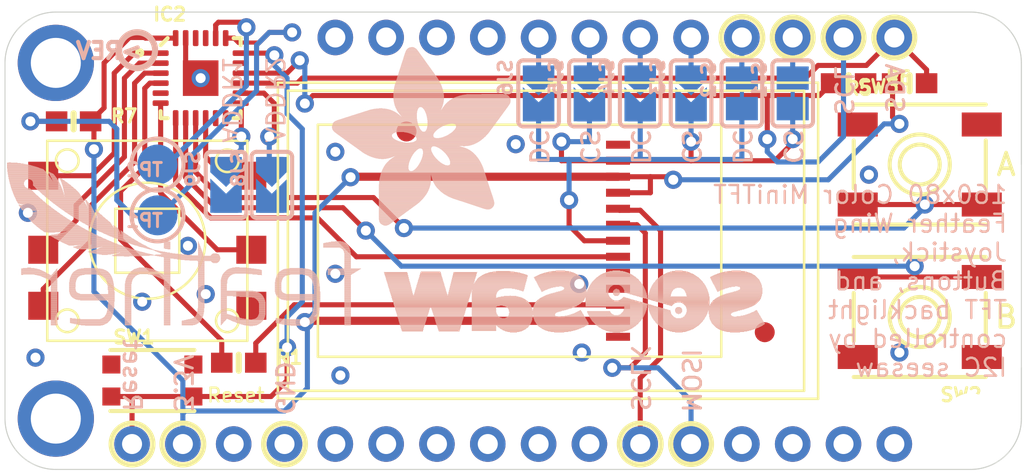
<source format=kicad_pcb>
(kicad_pcb (version 20211014) (generator pcbnew)
  (layers (0 "F.Cu" signal) (31 "B.Cu" signal) (34 "B.Paste" user) (35 "F.Paste" user) (36 "B.SilkS" user "B.Silkscreen") (37 "F.SilkS" user "F.Silkscreen") (38 "B.Mask" user) (39 "F.Mask" user) (44 "Edge.Cuts" user))
  (net 0 "")
  (net 1 "GND")
  (net 2 "~{RESET}")
  (net 3 "3.3V")
  (net 4 "~{TFT_RST}")
  (net 5 "CS")
  (net 6 "SCK")
  (net 7 "MOSI")
  (net 8 "DC")
  (net 9 "N$9")
  (net 10 "SDA")
  (net 11 "SCL")
  (net 12 "BACKLITE")
  (net 13 "N$3")
  (net 14 "N$4")
  (net 15 "N$5")
  (net 16 "N$6")
  (net 17 "N$7")
  (net 18 "N$8")
  (net 19 "SWDIO")
  (net 20 "SWCLK")
  (net 21 "PA02_A0")
  (net 22 "PA03_A1")
  (net 23 "PA04_A2")
  (net 24 "PA07_A5")
  (net 25 "PA09_XOSC")
  (net 26 "PA10_A18")
  (net 27 "PA11_A19")
  (net 28 "PA16_D16")
  (net 29 "PA17_D17")
  (net 30 "PA24_D-")
  (net 31 "PA25_D+")
  (footprint "boardEagle:BTN_KMR2_4.6X2.8" (layer "F.Cu") (at 130.4671 111.9886)
    (fp_text reference "SW1" (at -2.032 -1.778) (layer "F.SilkS") (effects (font (size 0.666496 0.666496) (thickness 0.146304)) (justify left bottom)))
    (fp_text value "KMR2")
    (pad "A" smd rect (at 2.05 -0.8) (size 0.9 0.9) (layers "F.Cu" "F.Paste" "F.Mask") (net 1 "GND"))
    (pad "A'" smd rect (at -2.05 -0.8) (size 0.9 0.9) (layers "F.Cu" "F.Paste" "F.Mask") (net 1 "GND"))
    (pad "B" smd rect (at 2.05 0.8) (size 0.9 0.9) (layers "F.Cu" "F.Paste" "F.Mask") (net 2 "~{RESET}"))
    (pad "B'" smd rect (at -2.05 0.8) (size 0.9 0.9) (layers "F.Cu" "F.Paste" "F.Mask") (net 2 "~{RESET}"))
  )
  (footprint "boardEagle:FIDUCIAL_1MM" (layer "F.Cu") (at 143.1671 99.5426)
    (fp_text reference "FID1" hide)
    (fp_text value "FIDUCIAL_1MM" hide)
    (pad "1" smd roundrect (at 0 0) (size 1 1) (layers "F.Cu" "F.Mask") (roundrect_rratio 0.5))
  )
  (footprint "boardEagle:0603-NO" (layer "F.Cu") (at 134.7851 111.0996)
    (fp_text reference "R1" (at 1.778 0.127) (layer "F.SilkS") (effects (font (size 0.666496 0.666496) (thickness 0.146304)) (justify left bottom)))
    (fp_text value "10")
    (pad "1" smd rect (at -0.85 0) (size 1.075 1) (layers "F.Cu" "F.Paste" "F.Mask") (net 12 "BACKLITE"))
    (pad "2" smd rect (at 0.85 0) (size 1.075 1) (layers "F.Cu" "F.Paste" "F.Mask") (net 9 "N$9"))
  )
  (footprint "boardEagle:QFN24_4MM" (layer "F.Cu") (at 132.8801 96.8756)
    (fp_text reference "IC2" (at -2.45 -2.8) (layer "F.SilkS") (effects (font (size 0.666496 0.666496) (thickness 0.146304)) (justify left bottom)))
    (fp_text value "ATSAMD09D14A-MU")
    (pad "1" smd roundrect (at -2 -1.25 180) (size 0.8 0.28) (layers "F.Cu" "F.Paste" "F.Mask") (net 21 "PA02_A0"))
    (pad "2" smd roundrect (at -2 -0.75 180) (size 0.8 0.28) (layers "F.Cu" "F.Paste" "F.Mask") (net 22 "PA03_A1"))
    (pad "3" smd roundrect (at -2 -0.25 180) (size 0.8 0.28) (layers "F.Cu" "F.Paste" "F.Mask") (net 23 "PA04_A2"))
    (pad "4" smd roundrect (at -2 0.25 180) (size 0.8 0.28) (layers "F.Cu" "F.Paste" "F.Mask") (net 12 "BACKLITE"))
    (pad "5" smd roundrect (at -2 0.75 180) (size 0.8 0.28) (layers "F.Cu" "F.Paste" "F.Mask"))
    (pad "6" smd roundrect (at -2 1.25 180) (size 0.8 0.28) (layers "F.Cu" "F.Paste" "F.Mask") (net 24 "PA07_A5"))
    (pad "7" smd roundrect (at -1.25 2 90) (size 0.8 0.28) (layers "F.Cu" "F.Paste" "F.Mask") (net 4 "~{TFT_RST}"))
    (pad "8" smd roundrect (at -0.75 2 90) (size 0.8 0.28) (layers "F.Cu" "F.Paste" "F.Mask") (net 25 "PA09_XOSC"))
    (pad "9" smd roundrect (at -0.25 2 90) (size 0.8 0.28) (layers "F.Cu" "F.Paste" "F.Mask") (net 26 "PA10_A18"))
    (pad "10" smd roundrect (at 0.25 2 90) (size 0.8 0.28) (layers "F.Cu" "F.Paste" "F.Mask") (net 27 "PA11_A19"))
    (pad "11" smd roundrect (at 0.75 2 90) (size 0.8 0.28) (layers "F.Cu" "F.Paste" "F.Mask"))
    (pad "12" smd roundrect (at 1.25 2 90) (size 0.8 0.28) (layers "F.Cu" "F.Paste" "F.Mask"))
    (pad "13" smd roundrect (at 2 1.25) (size 0.8 0.28) (layers "F.Cu" "F.Paste" "F.Mask") (net 28 "PA16_D16"))
    (pad "14" smd roundrect (at 2 0.75) (size 0.8 0.28) (layers "F.Cu" "F.Paste" "F.Mask") (net 29 "PA17_D17"))
    (pad "15" smd roundrect (at 2 0.25) (size 0.8 0.28) (layers "F.Cu" "F.Paste" "F.Mask") (net 10 "SDA"))
    (pad "16" smd roundrect (at 2 -0.25) (size 0.8 0.28) (layers "F.Cu" "F.Paste" "F.Mask") (net 11 "SCL"))
    (pad "17" smd roundrect (at 2 -0.75) (size 0.8 0.28) (layers "F.Cu" "F.Paste" "F.Mask"))
    (pad "18" smd roundrect (at 2 -1.25) (size 0.8 0.28) (layers "F.Cu" "F.Paste" "F.Mask") (net 2 "~{RESET}"))
    (pad "19" smd roundrect (at 1.25 -2 270) (size 0.8 0.28) (layers "F.Cu" "F.Paste" "F.Mask") (net 20 "SWCLK"))
    (pad "20" smd roundrect (at 0.75 -2 270) (size 0.8 0.28) (layers "F.Cu" "F.Paste" "F.Mask") (net 19 "SWDIO"))
    (pad "21" smd roundrect (at 0.25 -2 270) (size 0.8 0.28) (layers "F.Cu" "F.Paste" "F.Mask") (net 30 "PA24_D-"))
    (pad "22" smd roundrect (at -0.25 -2 270) (size 0.8 0.28) (layers "F.Cu" "F.Paste" "F.Mask") (net 31 "PA25_D+"))
    (pad "23" smd roundrect (at -0.75 -2 270) (size 0.8 0.28) (layers "F.Cu" "F.Paste" "F.Mask") (net 1 "GND"))
    (pad "24" smd roundrect (at -1.25 -2 270) (size 0.8 0.28) (layers "F.Cu" "F.Paste" "F.Mask") (net 3 "3.3V"))
    (pad "THERM" smd rect (at 0 0) (size 1.778 1.778) (layers "F.Cu" "F.Mask") (net 1 "GND"))
  )
  (footprint "boardEagle:FEATHERWING" (layer "F.Cu") (at 123.1011 116.4336)
    (fp_text reference "MS1" hide)
    (fp_text value "FEATHERWING" hide)
    (fp_line (start 48.26 -22.86) (end 2.54 -22.86) (layer "Edge.Cuts") (width 0.05))
    (fp_line (start 0 -20.32) (end 0 -2.54) (layer "Edge.Cuts") (width 0.05))
    (fp_line (start 2.54 0) (end 48.26 0) (layer "Edge.Cuts") (width 0.05))
    (fp_line (start 50.8 -2.54) (end 50.8 -20.32) (layer "Edge.Cuts") (width 0.05))
    (fp_arc (start 48.26 -22.86) (mid 50.056051 -22.116051) (end 50.8 -20.32) (layer "Edge.Cuts") (width 0.05))
    (fp_arc (start 2.54 0) (mid 0.743949 -0.743949) (end 0 -2.54) (layer "Edge.Cuts") (width 0.05))
    (fp_arc (start 0 -20.32) (mid 0.743949 -22.116051) (end 2.54 -22.86) (layer "Edge.Cuts") (width 0.05))
    (fp_arc (start 50.8 -2.54) (mid 50.056051 -0.743949) (end 48.26 0) (layer "Edge.Cuts") (width 0.05))
    (pad "" np_thru_hole circle (at 48.26 -2.54) (size 2.54 2.54) (drill 2.54) (layers *.Cu *.Mask))
    (pad "" np_thru_hole circle (at 48.26 -20.32) (size 2.54 2.54) (drill 2.54) (layers *.Cu *.Mask))
    (pad "1" thru_hole circle (at 6.35 -1.27) (size 1.778 1.778) (drill 1) (layers *.Cu *.Mask) (net 2 "~{RESET}"))
    (pad "2" thru_hole circle (at 8.89 -1.27) (size 1.778 1.778) (drill 1) (layers *.Cu *.Mask) (net 3 "3.3V"))
    (pad "3" thru_hole circle (at 11.43 -1.27) (size 1.778 1.778) (drill 1) (layers *.Cu *.Mask))
    (pad "4" thru_hole circle (at 13.97 -1.27) (size 1.778 1.778) (drill 1) (layers *.Cu *.Mask) (net 1 "GND"))
    (pad "5" thru_hole circle (at 16.51 -1.27) (size 1.778 1.778) (drill 1) (layers *.Cu *.Mask))
    (pad "6" thru_hole circle (at 19.05 -1.27) (size 1.778 1.778) (drill 1) (layers *.Cu *.Mask))
    (pad "7" thru_hole circle (at 21.59 -1.27) (size 1.778 1.778) (drill 1) (layers *.Cu *.Mask))
    (pad "8" thru_hole circle (at 24.13 -1.27) (size 1.778 1.778) (drill 1) (layers *.Cu *.Mask))
    (pad "9" thru_hole circle (at 26.67 -1.27) (size 1.778 1.778) (drill 1) (layers *.Cu *.Mask))
    (pad "10" thru_hole circle (at 29.21 -1.27) (size 1.778 1.778) (drill 1) (layers *.Cu *.Mask))
    (pad "11" thru_hole circle (at 31.75 -1.27) (size 1.778 1.778) (drill 1) (layers *.Cu *.Mask) (net 6 "SCK"))
    (pad "12" thru_hole circle (at 34.29 -1.27) (size 1.778 1.778) (drill 1) (layers *.Cu *.Mask) (net 7 "MOSI"))
    (pad "13" thru_hole circle (at 36.83 -1.27) (size 1.778 1.778) (drill 1) (layers *.Cu *.Mask))
    (pad "14" thru_hole circle (at 39.37 -1.27) (size 1.778 1.778) (drill 1) (layers *.Cu *.Mask))
    (pad "15" thru_hole circle (at 41.91 -1.27) (size 1.778 1.778) (drill 1) (layers *.Cu *.Mask))
    (pad "16" thru_hole circle (at 44.45 -1.27) (size 1.778 1.778) (drill 1) (layers *.Cu *.Mask))
    (pad "17" thru_hole circle (at 44.45 -21.59) (size 1.778 1.778) (drill 1) (layers *.Cu *.Mask) (net 10 "SDA"))
    (pad "18" thru_hole circle (at 41.91 -21.59) (size 1.778 1.778) (drill 1) (layers *.Cu *.Mask) (net 11 "SCL"))
    (pad "19" thru_hole circle (at 39.37 -21.59) (size 1.778 1.778) (drill 1) (layers *.Cu *.Mask) (net 14 "N$4"))
    (pad "20" thru_hole circle (at 36.83 -21.59) (size 1.778 1.778) (drill 1) (layers *.Cu *.Mask) (net 13 "N$3"))
    (pad "21" thru_hole circle (at 34.29 -21.59) (size 1.778 1.778) (drill 1) (layers *.Cu *.Mask) (net 15 "N$5"))
    (pad "22" thru_hole circle (at 31.75 -21.59) (size 1.778 1.778) (drill 1) (layers *.Cu *.Mask) (net 16 "N$6"))
    (pad "23" thru_hole circle (at 29.21 -21.59) (size 1.778 1.778) (drill 1) (layers *.Cu *.Mask) (net 17 "N$7"))
    (pad "24" thru_hole circle (at 26.67 -21.59) (size 1.778 1.778) (drill 1) (layers *.Cu *.Mask) (net 18 "N$8"))
    (pad "25" thru_hole circle (at 24.13 -21.59) (size 1.778 1.778) (drill 1) (layers *.Cu *.Mask))
    (pad "26" thru_hole circle (at 21.59 -21.59) (size 1.778 1.778) (drill 1) (layers *.Cu *.Mask))
    (pad "27" thru_hole circle (at 19.05 -21.59) (size 1.778 1.778) (drill 1) (layers *.Cu *.Mask))
    (pad "28" thru_hole circle (at 16.51 -21.59) (size 1.778 1.778) (drill 1) (layers *.Cu *.Mask))
    (pad "P$1" thru_hole circle (at 2.54 -20.32) (size 3.81 3.81) (drill 2.5) (layers *.Cu *.Mask))
    (pad "P$2" thru_hole circle (at 2.54 -2.54) (size 3.81 3.81) (drill 2.5) (layers *.Cu *.Mask))
  )
  (footprint "boardEagle:SKQUBAE010" (layer "F.Cu") (at 130.2131 105.0036)
    (fp_text reference "SW4" hide)
    (fp_text value "NAVSWITCHSKQUABAUE010" hide)
    (pad "1" smd rect (at -5.2 -3.25 180) (size 1.5 1.4) (layers "F.Cu" "F.Paste" "F.Mask") (net 21 "PA02_A0"))
    (pad "2" smd rect (at -5.2 0.45 180) (size 1.5 1.4) (layers "F.Cu" "F.Paste" "F.Mask") (net 22 "PA03_A1"))
    (pad "3" smd rect (at -5.2 3.25 180) (size 1.5 1.4) (layers "F.Cu" "F.Paste" "F.Mask") (net 23 "PA04_A2"))
    (pad "4" smd rect (at 5.2 3.25 180) (size 1.5 1.4) (layers "F.Cu" "F.Paste" "F.Mask") (net 1 "GND"))
    (pad "5" smd rect (at 5.2 0.45 180) (size 1.5 1.4) (layers "F.Cu" "F.Paste" "F.Mask") (net 24 "PA07_A5"))
    (pad "6" smd rect (at 5.2 -3.25 180) (size 1.5 1.4) (layers "F.Cu" "F.Paste" "F.Mask") (net 27 "PA11_A19"))
  )
  (footprint "boardEagle:TFT_0.96IN_160X80" (layer "F.Cu") (at 163.7411 105.0036 90)
    (fp_text reference "U$2" hide)
    (fp_text value "DISP_LCD_0.9IN_160X80" hide)
    (pad "1" smd rect (at -4.8 -10 180) (size 1.2 0.4) (layers "F.Cu" "F.Paste" "F.Mask") (net 1 "GND"))
    (pad "2" smd rect (at -4 -10 180) (size 1.2 0.4) (layers "F.Cu" "F.Paste" "F.Mask") (net 3 "3.3V"))
    (pad "3" smd rect (at -3.2 -10 180) (size 1.2 0.4) (layers "F.Cu" "F.Paste" "F.Mask") (net 9 "N$9"))
    (pad "4" smd rect (at -2.4 -10 180) (size 1.2 0.4) (layers "F.Cu" "F.Paste" "F.Mask"))
    (pad "5" smd rect (at -1.6 -10 180) (size 1.2 0.4) (layers "F.Cu" "F.Paste" "F.Mask") (net 1 "GND"))
    (pad "6" smd rect (at -0.8 -10 180) (size 1.2 0.4) (layers "F.Cu" "F.Paste" "F.Mask") (net 4 "~{TFT_RST}"))
    (pad "7" smd rect (at 0 -10 180) (size 1.2 0.4) (layers "F.Cu" "F.Paste" "F.Mask") (net 8 "DC"))
    (pad "8" smd rect (at 0.8 -10 180) (size 1.2 0.4) (layers "F.Cu" "F.Paste" "F.Mask") (net 7 "MOSI"))
    (pad "9" smd rect (at 1.6 -10 180) (size 1.2 0.4) (layers "F.Cu" "F.Paste" "F.Mask") (net 6 "SCK"))
    (pad "10" smd rect (at 2.4 -10 180) (size 1.2 0.4) (layers "F.Cu" "F.Paste" "F.Mask") (net 3 "3.3V"))
    (pad "11" smd rect (at 3.2 -10 180) (size 1.2 0.4) (layers "F.Cu" "F.Paste" "F.Mask") (net 3 "3.3V"))
    (pad "12" smd rect (at 4 -10 180) (size 1.2 0.4) (layers "F.Cu" "F.Paste" "F.Mask") (net 5 "CS"))
    (pad "13" smd rect (at 4.8 -10 180) (size 1.2 0.4) (layers "F.Cu" "F.Paste" "F.Mask") (net 1 "GND"))
  )
  (footprint "boardEagle:0603-NO" (layer "F.Cu") (at 168.3131 97.1296 180)
    (fp_text reference "R5" (at 1.778 0.127 180) (layer "F.SilkS") (effects (font (size 0.666496 0.666496) (thickness 0.146304)) (justify right top)))
    (fp_text value "10K")
    (pad "1" smd rect (at -0.85 0 180) (size 1.075 1) (layers "F.Cu" "F.Paste" "F.Mask") (net 10 "SDA"))
    (pad "2" smd rect (at 0.85 0 180) (size 1.075 1) (layers "F.Cu" "F.Paste" "F.Mask") (net 3 "3.3V"))
  )
  (footprint "boardEagle:EVQ-Q2_SMALLER" (layer "F.Cu") (at 168.8211 101.1936)
    (fp_text reference "SW3" (at -3.175 -3.5) (layer "F.SilkS") (effects (font (size 0.666496 0.666496) (thickness 0.146304)) (justify left bottom)))
    (fp_text value "EVQQ")
    (pad "A" smd rect (at -3.1 2) (size 2 1.2) (layers "F.Cu" "F.Paste" "F.Mask") (net 26 "PA10_A18"))
    (pad "A'" smd rect (at 3.1 2) (size 2 1.2) (layers "F.Cu" "F.Paste" "F.Mask") (net 26 "PA10_A18"))
    (pad "B" smd rect (at -3.1 -2) (size 2 1.2) (layers "F.Cu" "F.Paste" "F.Mask") (net 1 "GND"))
    (pad "B'" smd rect (at 3.1 -2) (size 2 1.2) (layers "F.Cu" "F.Paste" "F.Mask") (net 1 "GND"))
  )
  (footprint "boardEagle:0603-NO" (layer "F.Cu") (at 126.5301 99.0346)
    (fp_text reference "R7" (at 1.778 0.127) (layer "F.SilkS") (effects (font (size 0.666496 0.666496) (thickness 0.146304)) (justify left bottom)))
    (fp_text value "1k")
    (pad "1" smd rect (at -0.85 0) (size 1.075 1) (layers "F.Cu" "F.Paste" "F.Mask") (net 20 "SWCLK"))
    (pad "2" smd rect (at 0.85 0) (size 1.075 1) (layers "F.Cu" "F.Paste" "F.Mask") (net 3 "3.3V"))
  )
  (footprint "boardEagle:EVQ-Q2_SMALLER" (layer "F.Cu") (at 168.8211 108.8136 180)
    (fp_text reference "SW2" (at -3.175 -3.5 180) (layer "F.SilkS") (effects (font (size 0.666496 0.666496) (thickness 0.146304)) (justify right top)))
    (fp_text value "EVQQ")
    (pad "A" smd rect (at -3.1 2 180) (size 2 1.2) (layers "F.Cu" "F.Paste" "F.Mask") (net 25 "PA09_XOSC"))
    (pad "A'" smd rect (at 3.1 2 180) (size 2 1.2) (layers "F.Cu" "F.Paste" "F.Mask") (net 25 "PA09_XOSC"))
    (pad "B" smd rect (at -3.1 -2 180) (size 2 1.2) (layers "F.Cu" "F.Paste" "F.Mask") (net 1 "GND"))
    (pad "B'" smd rect (at 3.1 -2 180) (size 2 1.2) (layers "F.Cu" "F.Paste" "F.Mask") (net 1 "GND"))
  )
  (footprint "boardEagle:FIDUCIAL_1MM" (layer "F.Cu") (at 161.0741 109.5756)
    (fp_text reference "FID2" hide)
    (fp_text value "FIDUCIAL_1MM" hide)
    (pad "1" smd roundrect (at 0 0) (size 1 1) (layers "F.Cu" "F.Mask") (roundrect_rratio 0.5))
  )
  (footprint "boardEagle:0603-NO" (layer "F.Cu") (at 165.2651 97.1296)
    (fp_text reference "R6" (at 1.778 0.127) (layer "F.SilkS") (effects (font (size 0.666496 0.666496) (thickness 0.146304)) (justify left bottom)))
    (fp_text value "10k")
    (pad "1" smd rect (at -0.85 0) (size 1.075 1) (layers "F.Cu" "F.Paste" "F.Mask") (net 11 "SCL"))
    (pad "2" smd rect (at 0.85 0) (size 1.075 1) (layers "F.Cu" "F.Paste" "F.Mask") (net 3 "3.3V"))
  )
  (footprint "boardEagle:SOLDERJUMPER_CLOSEDWIRE" (layer "B.Cu") (at 159.9311 97.6376 -90)
    (fp_text reference "SJ2" (at -1.651 1.27 90) (layer "B.SilkS") (effects (font (size 0.666496 0.666496) (thickness 0.146304)) (justify left bottom mirror)))
    (fp_text value "")
    (pad "1" smd rect (at -0.762 0 270) (size 1.1684 1.6002) (layers "B.Cu") (net 13 "N$3"))
    (pad "2" smd rect (at 0.762 0 270) (size 1.1684 1.6002) (layers "B.Cu") (net 8 "DC"))
    (pad "WIRE" smd rect (at 0 0 90) (size 0.635 0.2032) (layers "B.Cu"))
  )
  (footprint "boardEagle:SOLDERJUMPER_ARROW_NOPASTE" (layer "B.Cu") (at 149.7711 97.6376 -90)
    (fp_text reference "SJ6" (at -1.778 1.27 90) (layer "B.SilkS") (effects (font (size 0.666496 0.666496) (thickness 0.146304)) (justify left bottom mirror)))
    (fp_text value "")
    (fp_poly (pts (xy 0.106121 -0.002663) (xy -0.679416 -0.7882) (xy -1.3946 -0.7882) (xy -1.3946 0.7882) (xy -0.62715 0.7882)) (layer "B.Cu") (width 0) (fill solid))
    (fp_poly (pts (xy 1.3946 -0.7882) (xy -0.315893 -0.7882) (xy 0.443148 0) (xy -0.315893 0.7882) (xy 1.3946 0.7882)) (layer "B.Cu") (width 0) (fill solid))
    (pad "1" smd roundrect (at -1.016 0 270) (size 0.762 1.524) (layers "B.Cu") (net 18 "N$8"))
    (pad "2" smd roundrect (at 1.016 0 270) (size 0.762 1.524) (layers "B.Cu") (net 8 "DC"))
  )
  (footprint "boardEagle:SOLDERJUMPER_ARROW_NOPASTE" (layer "B.Cu") (at 157.3911 97.6376 -90)
    (fp_text reference "SJ3" (at -1.778 1.27 90) (layer "B.SilkS") (effects (font (size 0.666496 0.666496) (thickness 0.146304)) (justify left bottom mirror)))
    (fp_text value "")
    (fp_poly (pts (xy 0.106121 -0.002663) (xy -0.679416 -0.7882) (xy -1.3946 -0.7882) (xy -1.3946 0.7882) (xy -0.62715 0.7882)) (layer "B.Cu") (width 0) (fill solid))
    (fp_poly (pts (xy 1.3946 -0.7882) (xy -0.315893 -0.7882) (xy 0.443148 0) (xy -0.315893 0.7882) (xy 1.3946 0.7882)) (layer "B.Cu") (width 0) (fill solid))
    (pad "1" smd roundrect (at -1.016 0 270) (size 0.762 1.524) (layers "B.Cu") (net 15 "N$5"))
    (pad "2" smd roundrect (at 1.016 0 270) (size 0.762 1.524) (layers "B.Cu") (net 5 "CS"))
  )
  (footprint "boardEagle:PCBFEAT-REV-040" (layer "B.Cu") (at 129.7051 95.4786 180)
    (fp_text reference "U$14" hide)
    (fp_text value "" hide)
    (fp_text user ">REV" (at -0.3556 -0.508) (layer "B.SilkS") (effects (font (size 0.8128 0.8128) (thickness 0.2032)) (justify left bottom mirror)))
  )
  (footprint "boardEagle:SOLDERJUMPER_ARROW_NOPASTE" (layer "B.Cu") (at 154.8511 97.6376 -90)
    (fp_text reference "SJ4" (at -1.778 1.27 90) (layer "B.SilkS") (effects (font (size 0.666496 0.666496) (thickness 0.146304)) (justify left bottom mirror)))
    (fp_text value "")
    (fp_poly (pts (xy 0.106121 -0.002663) (xy -0.679416 -0.7882) (xy -1.3946 -0.7882) (xy -1.3946 0.7882) (xy -0.62715 0.7882)) (layer "B.Cu") (width 0) (fill solid))
    (fp_poly (pts (xy 1.3946 -0.7882) (xy -0.315893 -0.7882) (xy 0.443148 0) (xy -0.315893 0.7882) (xy 1.3946 0.7882)) (layer "B.Cu") (width 0) (fill solid))
    (pad "1" smd roundrect (at -1.016 0 270) (size 0.762 1.524) (layers "B.Cu") (net 16 "N$6"))
    (pad "2" smd roundrect (at 1.016 0 270) (size 0.762 1.524) (layers "B.Cu") (net 8 "DC"))
  )
  (footprint "boardEagle:ADAFRUIT_9MM" (layer "B.Cu") (at 148.3741 104.2416 180)
    (fp_text reference "U$12" hide)
    (fp_text value "" hide)
  )
  (footprint "boardEagle:SEESAW_LOGO" (layer "B.Cu") (at 161.0741 109.5756 180)
    (fp_text reference "U$8" hide)
    (fp_text value "" hide)
  )
  (footprint "boardEagle:SOLDERJUMPER_ARROW_NOPASTE" (layer "B.Cu") (at 136.4361 102.2096 -90)
    (fp_text reference "SJ8" (at -1.778 1.27 90) (layer "B.SilkS") (effects (font (size 0.666496 0.666496) (thickness 0.146304)) (justify left bottom mirror)))
    (fp_text value "")
    (fp_poly (pts (xy 1.3946 -0.7882) (xy -0.315893 -0.7882) (xy 0.443148 0) (xy -0.315893 0.7882) (xy 1.3946 0.7882)) (layer "B.Cu") (width 0) (fill solid))
    (fp_poly (pts (xy 0.106121 -0.002663) (xy -0.679416 -0.7882) (xy -1.3946 -0.7882) (xy -1.3946 0.7882) (xy -0.62715 0.7882)) (layer "B.Cu") (width 0) (fill solid))
    (pad "1" smd roundrect (at -1.016 0 270) (size 0.762 1.524) (layers "B.Cu") (net 29 "PA17_D17"))
    (pad "2" smd roundrect (at 1.016 0 270) (size 0.762 1.524) (layers "B.Cu") (net 1 "GND"))
  )
  (footprint "boardEagle:SOLDERJUMPER_ARROW_NOPASTE" (layer "B.Cu") (at 152.3111 97.6376 -90)
    (fp_text reference "SJ5" (at -1.778 1.27 90) (layer "B.SilkS") (effects (font (size 0.666496 0.666496) (thickness 0.146304)) (justify left bottom mirror)))
    (fp_text value "")
    (fp_poly (pts (xy 1.3946 -0.7882) (xy -0.315893 -0.7882) (xy 0.443148 0) (xy -0.315893 0.7882) (xy 1.3946 0.7882)) (layer "B.Cu") (width 0) (fill solid))
    (fp_poly (pts (xy 0.106121 -0.002663) (xy -0.679416 -0.7882) (xy -1.3946 -0.7882) (xy -1.3946 0.7882) (xy -0.62715 0.7882)) (layer "B.Cu") (width 0) (fill solid))
    (pad "1" smd roundrect (at -1.016 0 270) (size 0.762 1.524) (layers "B.Cu") (net 17 "N$7"))
    (pad "2" smd roundrect (at 1.016 0 270) (size 0.762 1.524) (layers "B.Cu") (net 5 "CS"))
  )
  (footprint "boardEagle:FEATHERLOGO_MED" (layer "B.Cu") (at 141.0081 109.3216 180)
    (fp_text reference "U$4" hide)
    (fp_text value "" hide)
  )
  (footprint "boardEagle:TESTPOINT_ROUND_2MM" (layer "B.Cu") (at 130.7211 101.1936 180)
    (fp_text reference "TP2" (at 1.651 0.127) (layer "B.SilkS") (effects (font (size 0.666496 0.666496) (thickness 0.146304)) (justify right top mirror)))
    (fp_text value "")
    (pad "P$1" smd roundrect (at 0 0 180) (size 2 2) (layers "B.Cu" "B.Mask") (roundrect_rratio 0.5) (net 19 "SWDIO"))
  )
  (footprint "boardEagle:SOLDERJUMPER_ARROW_NOPASTE" (layer "B.Cu") (at 134.1501 102.2096 -90)
    (fp_text reference "SJ9" (at -1.778 1.27 90) (layer "B.SilkS") (effects (font (size 0.666496 0.666496) (thickness 0.146304)) (justify left bottom mirror)))
    (fp_text value "")
    (fp_poly (pts (xy 1.3946 -0.7882) (xy -0.315893 -0.7882) (xy 0.443148 0) (xy -0.315893 0.7882) (xy 1.3946 0.7882)) (layer "B.Cu") (width 0) (fill solid))
    (fp_poly (pts (xy 0.106121 -0.002663) (xy -0.679416 -0.7882) (xy -1.3946 -0.7882) (xy -1.3946 0.7882) (xy -0.62715 0.7882)) (layer "B.Cu") (width 0) (fill solid))
    (pad "1" smd roundrect (at -1.016 0 270) (size 0.762 1.524) (layers "B.Cu") (net 28 "PA16_D16"))
    (pad "2" smd roundrect (at 1.016 0 270) (size 0.762 1.524) (layers "B.Cu") (net 1 "GND"))
  )
  (footprint "boardEagle:TESTPOINT_ROUND_2MM" (layer "B.Cu") (at 130.7211 103.7336 180)
    (fp_text reference "TP1" (at 1.651 0.127) (layer "B.SilkS") (effects (font (size 0.666496 0.666496) (thickness 0.146304)) (justify right top mirror)))
    (fp_text value "")
    (pad "P$1" smd roundrect (at 0 0 180) (size 2 2) (layers "B.Cu" "B.Mask") (roundrect_rratio 0.5) (net 20 "SWCLK"))
  )
  (footprint "boardEagle:SOLDERJUMPER_CLOSEDWIRE" (layer "B.Cu") (at 162.4711 97.6376 -90)
    (fp_text reference "SJ1" (at -1.651 1.27 90) (layer "B.SilkS") (effects (font (size 0.666496 0.666496) (thickness 0.146304)) (justify left bottom mirror)))
    (fp_text value "")
    (pad "1" smd rect (at -0.762 0 270) (size 1.1684 1.6002) (layers "B.Cu") (net 14 "N$4"))
    (pad "2" smd rect (at 0.762 0 270) (size 1.1684 1.6002) (layers "B.Cu") (net 5 "CS"))
    (pad "WIRE" smd rect (at 0 0 90) (size 0.635 0.2032) (layers "B.Cu"))
  )
  (gr_circle (center 167.5511 94.8436) (end 168.575006 94.8436) (layer "F.SilkS") (width 0.254) (fill none))
  (gr_circle (center 137.0711 115.1636) (end 138.118368 115.1636) (layer "F.SilkS") (width 0.254) (fill none))
  (gr_circle (center 131.9911 115.1636) (end 133.038368 115.1636) (layer "F.SilkS") (width 0.254) (fill none))
  (gr_circle (center 129.4511 115.1636) (end 130.498368 115.1636) (layer "F.SilkS") (width 0.254) (fill none))
  (gr_circle (center 154.8511 115.1636) (end 155.898368 115.1636) (layer "F.SilkS") (width 0.254) (fill none))
  (gr_circle (center 159.9311 94.8436) (end 160.978368 94.8436) (layer "F.SilkS") (width 0.254) (fill none))
  (gr_circle (center 165.0111 94.8436) (end 166.035006 94.8436) (layer "F.SilkS") (width 0.254) (fill none))
  (gr_circle (center 157.3911 115.1636) (end 158.415006 115.1636) (layer "F.SilkS") (width 0.254) (fill none))
  (gr_circle (center 162.4711 94.8436) (end 163.495006 94.8436) (layer "F.SilkS") (width 0.254) (fill none))
  (gr_line (start 171.3611 93.5736) (end 125.6411 93.5736) (layer "Edge.Cuts") (width 0.05))
  (gr_arc (start 125.6411 116.4336) (mid 123.845049 115.689651) (end 123.1011 113.8936) (layer "Edge.Cuts") (width 0.05))
  (gr_arc (start 173.9011 113.8936) (mid 173.157151 115.689651) (end 171.3611 116.4336) (layer "Edge.Cuts") (width 0.05))
  (gr_arc (start 123.1011 96.1136) (mid 123.845049 94.317549) (end 125.6411 93.5736) (layer "Edge.Cuts") (width 0.05))
  (gr_line (start 125.6411 116.4336) (end 171.3611 116.4336) (layer "Edge.Cuts") (width 0.05))
  (gr_line (start 173.9011 101.1936) (end 173.9011 96.1136) (layer "Edge.Cuts") (width 0.05))
  (gr_line (start 123.1011 96.1136) (end 123.1011 113.8936) (layer "Edge.Cuts") (width 0.05))
  (gr_arc (start 171.3611 93.5736) (mid 173.157151 94.317549) (end 173.9011 96.1136) (layer "Edge.Cuts") (width 0.05))
  (gr_line (start 173.9011 113.8936) (end 173.9011 111.3536) (layer "Edge.Cuts") (width 0.05))
  (gr_text "GND" (at 137.0711 112.3696 -90) (layer "B.SilkS") (effects (font (size 0.87376 0.87376) (thickness 0.14224)) (justify mirror)))
  (gr_text "ADDR2" (at 136.0551 100.1776 -90) (layer "B.SilkS") (effects (font (size 0.89408 0.89408) (thickness 0.12192)) (justify left bottom mirror)))
  (gr_text "160x80 Color MiniTFT\nFeather Wing\nJoystick, \nButtons, and\nTFT backlight \ncontrolled by\nI2C seesaw" (at 173.2661 111.8616) (layer "B.SilkS") (effects (font (size 0.89408 0.89408) (thickness 0.12192)) (justify left bottom mirror)))
  (gr_text "DC" (at 149.7711 100.3046 -90) (layer "B.SilkS") (effects (font (size 0.87376 0.87376) (thickness 0.14224)) (justify mirror)))
  (gr_text "ADDR1" (at 133.8961 100.1776 -90) (layer "B.SilkS") (effects (font (size 0.89408 0.89408) (thickness 0.12192)) (justify left bottom mirror)))
  (gr_text "Reset" (at 129.4511 111.7346 -90) (layer "B.SilkS") (effects (font (size 0.87376 0.87376) (thickness 0.14224)) (justify mirror)))
  (gr_text "CS" (at 152.3111 100.3046 -90) (layer "B.SilkS") (effects (font (size 0.87376 0.87376) (thickness 0.14224)) (justify mirror)))
  (gr_text "DC" (at 154.8511 100.3046 -90) (layer "B.SilkS") (effects (font (size 0.87376 0.87376) (thickness 0.14224)) (justify mirror)))
  (gr_text "MOSI" (at 157.3911 111.9886 -90) (layer "B.SilkS") (effects (font (size 0.87376 0.87376) (thickness 0.14224)) (justify mirror)))
  (gr_text "CS" (at 162.4711 100.3046 -90) (layer "B.SilkS") (effects (font (size 0.87376 0.87376) (thickness 0.14224)) (justify mirror)))
  (gr_text "DC" (at 159.9311 100.3046 -90) (layer "B.SilkS") (effects (font (size 0.87376 0.87376) (thickness 0.14224)) (justify mirror)))
  (gr_text "SCLK" (at 154.8511 111.8616 -90) (layer "B.SilkS") (effects (font (size 0.87376 0.87376) (thickness 0.14224)) (justify mirror)))
  (gr_text "SDA" (at 167.5511 97.3836 -90) (layer "B.SilkS") (effects (font (size 0.87376 0.87376) (thickness 0.14224)) (justify mirror)))
  (gr_text "3.3V" (at 131.9911 112.1156 -90) (layer "B.SilkS") (effects (font (size 0.87376 0.87376) (thickness 0.14224)) (justify mirror)))
  (gr_text "SCL" (at 165.0111 97.5106 -90) (layer "B.SilkS") (effects (font (size 0.87376 0.87376) (thickness 0.14224)) (justify mirror)))
  (gr_text "CS" (at 157.3911 100.3046 -90) (layer "B.SilkS") (effects (font (size 0.87376 0.87376) (thickness 0.14224)) (justify mirror)))
  (gr_text "Reset" (at 133.1341 113.1316) (layer "F.SilkS") (effects (font (size 0.699008 0.699008) (thickness 0.113792)) (justify left bottom)))
  (gr_text "B" (at 173.1391 108.8136) (layer "F.SilkS") (effects (font (size 1.0922 1.0922) (thickness 0.1778))))
  (gr_text "A" (at 173.1391 101.1936) (layer "F.SilkS") (effects (font (size 1.0922 1.0922) (thickness 0.1778))))
  (segment (start 132.1301 96.8756) (end 132.8801 96.8756) (width 0.254) (layer "F.Cu") (net 1))
  (segment (start 132.1301 94.8756) (end 132.1301 96.8756) (width 0.254) (layer "F.Cu") (net 1))
  (via (at 133.1341 107.6706) (size 0.9064) (drill 0.5) (layers "F.Cu" "B.Cu") (net 1))
  (via (at 139.6111 100.5586) (size 0.9064) (drill 0.5) (layers "F.Cu" "B.Cu") (net 1))
  (via (at 124.6251 110.8456) (size 0.9064) (drill 0.5) (layers "F.Cu" "B.Cu") (net 1))
  (via (at 132.2451 105.2576) (size 0.9064) (drill 0.5) (layers "F.Cu" "B.Cu") (net 1))
  (via (at 139.8651 111.7346) (size 0.9064) (drill 0.5) (layers "F.Cu" "B.Cu") (net 1))
  (via (at 148.6281 100.1776) (size 0.9064) (drill 0.5) (layers "F.Cu" "B.Cu") (net 1))
  (via (at 167.8051 110.5916) (size 0.9064) (drill 0.5) (layers "F.Cu" "B.Cu") (net 1))
  (via (at 151.8031 107.1626) (size 0.9064) (drill 0.5) (layers "F.Cu" "B.Cu") (net 1))
  (via (at 129.9591 108.0516) (size 0.9064) (drill 0.5) (layers "F.Cu" "B.Cu") (net 1))
  (via (at 132.8801 96.8756) (size 0.9064) (drill 0.5) (layers "F.Cu" "B.Cu") (net 1))
  (via (at 151.9301 110.5916) (size 0.9064) (drill 0.5) (layers "F.Cu" "B.Cu") (net 1))
  (via (at 139.6111 106.6546) (size 0.9064) (drill 0.5) (layers "F.Cu" "B.Cu") (net 1))
  (via (at 124.2441 103.6066) (size 0.9064) (drill 0.5) (layers "F.Cu" "B.Cu") (net 1))
  (via (at 166.2811 101.7016) (size 0.9064) (drill 0.5) (layers "F.Cu" "B.Cu") (net 1))
  (segment (start 129.4511 112.7886) (end 128.4171 112.7886) (width 0.254) (layer "F.Cu") (net 2))
  (segment (start 137.1981 111.9886) (end 137.1981 110.3376) (width 0.254) (layer "F.Cu") (net 2))
  (segment (start 136.5631 95.7326) (end 136.4561 95.6256) (width 0.254) (layer "F.Cu") (net 2))
  (segment (start 136.4561 95.6256) (end 134.8801 95.6256) (width 0.254) (layer "F.Cu") (net 2))
  (segment (start 136.3981 112.7886) (end 137.1981 111.9886) (width 0.254) (layer "F.Cu") (net 2))
  (segment (start 132.5171 112.7886) (end 129.4511 112.7886) (width 0.254) (layer "F.Cu") (net 2))
  (segment (start 129.4511 115.1636) (end 129.4511 112.7886) (width 0.254) (layer "F.Cu") (net 2))
  (segment (start 132.5171 112.7886) (end 136.3981 112.7886) (width 0.254) (layer "F.Cu") (net 2))
  (via (at 137.1981 110.3376) (size 0.9064) (drill 0.5) (layers "F.Cu" "B.Cu") (net 2))
  (via (at 136.5631 95.7326) (size 0.9064) (drill 0.5) (layers "F.Cu" "B.Cu") (net 2))
  (segment (start 137.1981 98.6536) (end 137.1981 96.8756) (width 0.254) (layer "B.Cu") (net 2))
  (segment (start 137.1981 96.8756) (end 136.5631 96.2406) (width 0.254) (layer "B.Cu") (net 2))
  (segment (start 137.9601 108.0516) (end 137.9601 99.4156) (width 0.254) (layer "B.Cu") (net 2))
  (segment (start 136.5631 96.2406) (end 136.5631 95.7326) (width 0.254) (layer "B.Cu") (net 2))
  (segment (start 137.9601 99.4156) (end 137.1981 98.6536) (width 0.254) (layer "B.Cu") (net 2))
  (segment (start 137.1981 108.8136) (end 137.1981 110.3376) (width 0.254) (layer "B.Cu") (net 2))
  (segment (start 137.9601 108.0516) (end 137.1981 108.8136) (width 0.254) (layer "B.Cu") (net 2))
  (segment (start 166.1151 97.1296) (end 167.4631 97.1296) (width 0.254) (layer "F.Cu") (net 3))
  (segment (start 153.7411 102.6036) (end 155.3591 102.6036) (width 0.254) (layer "F.Cu") (net 3))
  (segment (start 167.4631 97.1296) (end 167.4631 98.8196) (width 0.254) (layer "F.Cu") (net 3))
  (segment (start 140.3481 101.8036) (end 140.3731 101.8286) (width 0.4064) (layer "F.Cu") (net 3))
  (segment (start 130.1181 94.8756) (end 130.0861 94.8436) (width 0.254) (layer "F.Cu") (net 3))
  (segment (start 155.3591 102.6036) (end 155.3591 101.8036) (width 0.254) (layer "F.Cu") (net 3))
  (segment (start 127.5461 98.9466) (end 127.5461 100.4316) (width 0.254) (layer "F.Cu") (net 3))
  (segment (start 131.6301 94.8756) (end 130.1181 94.8756) (width 0.254) (layer "F.Cu") (net 3))
  (segment (start 156.5021 101.8036) (end 155.3591 101.8036) (width 0.254) (layer "F.Cu") (net 3))
  (segment (start 156.5021 101.9556) (end 156.5021 101.8036) (width 0.254) (layer "F.Cu") (net 3))
  (segment (start 128.0541 98.3606) (end 127.3801 99.0346) (width 0.254) (layer "F.Cu") (net 3))
  (segment (start 153.7411 101.8036) (end 140.3481 101.8036) (width 0.4064) (layer "F.Cu") (net 3))
  (segment (start 128.0541 96.1136) (end 129.3241 94.8436) (width 0.254) (layer "F.Cu") (net 3))
  (segment (start 129.3241 94.8436) (end 130.0861 94.8436) (width 0.254) (layer "F.Cu") (net 3))
  (segment (start 127.4581 99.0346) (end 127.5461 98.9466) (width 0.254) (layer "F.Cu") (net 3))
  (segment (start 127.3801 99.0346) (end 127.4581 99.0346) (width 0.254) (layer "F.Cu") (net 3))
  (segment (start 138.1511 109.0036) (end 153.7411 109.0036) (width 0.4064) (layer "F.Cu") (net 3))
  (segment (start 128.0541 96.1136) (end 128.0541 98.3606) (width 0.254) (layer "F.Cu") (net 3))
  (segment (start 155.3591 101.8036) (end 153.7411 101.8036) (width 0.254) (layer "F.Cu") (net 3))
  (segment (start 167.4631 98.8196) (end 167.8051 99.1616) (width 0.254) (layer "F.Cu") (net 3))
  (segment (start 138.0871 109.0676) (end 138.1511 109.0036) (width 0.4064) (layer "F.Cu") (net 3))
  (via (at 138.0871 109.0676) (size 0.9064) (drill 0.5) (layers "F.Cu" "B.Cu") (net 3))
  (via (at 167.8051 99.1616) (size 0.9064) (drill 0.5) (layers "F.Cu" "B.Cu") (net 3))
  (via (at 156.5021 101.9556) (size 0.9064) (drill 0.5) (layers "F.Cu" "B.Cu") (net 3))
  (via (at 140.3731 101.8286) (size 0.9064) (drill 0.5) (layers "F.Cu" "B.Cu") (net 3))
  (via (at 127.5461 100.4316) (size 0.9064) (drill 0.5) (layers "F.Cu" "B.Cu") (net 3))
  (segment (start 167.0431 99.1616) (end 167.8051 99.1616) (width 0.254) (layer "B.Cu") (net 3))
  (segment (start 138.2141 112.3696) (end 137.0711 113.5126) (width 0.254) (layer "B.Cu") (net 3))
  (segment (start 138.2141 109.1946) (end 138.2141 112.3696) (width 0.254) (layer "B.Cu") (net 3))
  (segment (start 137.0711 113.5126) (end 132.1181 113.5126) (width 0.254) (layer "B.Cu") (net 3))
  (segment (start 132.1181 113.5126) (end 131.9911 113.6396) (width 0.254) (layer "B.Cu") (net 3))
  (segment (start 127.5461 107.5436) (end 131.9911 111.9886) (width 0.254) (layer "B.Cu") (net 3))
  (segment (start 127.5461 100.4316) (end 127.5461 107.5436) (width 0.254) (layer "B.Cu") (net 3))
  (segment (start 138.0871 109.0676) (end 138.2141 109.1946) (width 0.254) (layer "B.Cu") (net 3))
  (segment (start 164.2491 101.9556) (end 167.0431 99.1616) (width 0.254) (layer "B.Cu") (net 3))
  (segment (start 138.5951 108.5596) (end 138.0871 109.0676) (width 0.254) (layer "B.Cu") (net 3))
  (segment (start 131.9911 113.6396) (end 131.9911 115.1636) (width 0.254) (layer "B.Cu") (net 3))
  (segment (start 140.3731 101.8286) (end 138.5951 103.6066) (width 0.254) (layer "B.Cu") (net 3))
  (segment (start 140.3731 101.8286) (end 140.3731 101.5746) (width 0.4064) (layer "B.Cu") (net 3))
  (segment (start 156.5021 101.9556) (end 164.2491 101.9556) (width 0.254) (layer "B.Cu") (net 3))
  (segment (start 131.9911 111.9886) (end 131.9911 113.6396) (width 0.254) (layer "B.Cu") (net 3))
  (segment (start 138.5951 103.6066) (end 138.5951 108.5596) (width 0.254) (layer "B.Cu") (net 3))
  (segment (start 138.7221 103.8606) (end 140.6651 105.8036) (width 0.254) (layer "F.Cu") (net 4))
  (segment (start 131.6301 102.1026) (end 131.6301 98.8756) (width 0.254) (layer "F.Cu") (net 4))
  (segment (start 133.3881 103.8606) (end 131.6301 102.1026) (width 0.254) (layer "F.Cu") (net 4))
  (segment (start 133.3881 103.8606) (end 138.7221 103.8606) (width 0.254) (layer "F.Cu") (net 4))
  (segment (start 140.6651 105.8036) (end 153.7411 105.8036) (width 0.254) (layer "F.Cu") (net 4))
  (segment (start 150.9141 101.0036) (end 153.7411 101.0036) (width 0.254) (layer "F.Cu") (net 5))
  (segment (start 161.5821 101.0036) (end 157.3911 101.0036) (width 0.254) (layer "F.Cu") (net 5))
  (segment (start 157.3911 100.0506) (end 157.3911 101.0036) (width 0.254) (layer "F.Cu") (net 5))
  (segment (start 157.3911 101.0036) (end 153.7411 101.0036) (width 0.254) (layer "F.Cu") (net 5))
  (segment (start 150.9141 100.0506) (end 150.9141 101.0036) (width 0.254) (layer "F.Cu") (net 5))
  (segment (start 161.5821 101.0036) (end 162.4711 100.1146) (width 0.254) (layer "F.Cu") (net 5))
  (segment (start 162.4711 100.1146) (end 162.4711 99.9236) (width 0.254) (layer "F.Cu") (net 5))
  (via (at 162.4711 99.9236) (size 0.9064) (drill 0.5) (layers "F.Cu" "B.Cu") (net 5))
  (via (at 157.3911 100.0506) (size 0.9064) (drill 0.5) (layers "F.Cu" "B.Cu") (net 5))
  (via (at 150.9141 100.0506) (size 0.9064) (drill 0.5) (layers "F.Cu" "B.Cu") (net 5))
  (segment (start 152.3111 98.6536) (end 152.3111 100.0506) (width 0.254) (layer "B.Cu") (net 5))
  (segment (start 162.4711 98.3996) (end 162.4711 99.9236) (width 0.254) (layer "B.Cu") (net 5))
  (segment (start 152.3111 100.0506) (end 150.9141 100.0506) (width 0.254) (layer "B.Cu") (net 5))
  (segment (start 157.3911 98.6536) (end 157.3911 100.0506) (width 0.254) (layer "B.Cu") (net 5))
  (segment (start 155.8671 104.4956) (end 154.8511 103.4796) (width 0.254) (layer "F.Cu") (net 6))
  (segment (start 155.8671 110.8456) (end 155.8671 104.4956) (width 0.254) (layer "F.Cu") (net 6))
  (segment (start 154.8511 111.8616) (end 155.8671 110.8456) (width 0.254) (layer "F.Cu") (net 6))
  (segment (start 153.8171 103.4796) (end 153.7411 103.4036) (width 0.254) (layer "F.Cu") (net 6))
  (segment (start 154.8511 103.4796) (end 153.8171 103.4796) (width 0.254) (layer "F.Cu") (net 6))
  (segment (start 154.8511 115.1636) (end 154.8511 111.8616) (width 0.254) (layer "F.Cu") (net 6))
  (segment (start 154.6861 104.2036) (end 155.1051 104.6226) (width 0.254) (layer "F.Cu") (net 7))
  (segment (start 153.7411 104.2036) (end 154.6861 104.2036) (width 0.254) (layer "F.Cu") (net 7))
  (segment (start 155.1051 110.5916) (end 154.3431 111.3536) (width 0.254) (layer "F.Cu") (net 7))
  (segment (start 154.3431 111.3536) (end 153.4541 111.3536) (width 0.254) (layer "F.Cu") (net 7))
  (segment (start 155.1051 104.6226) (end 155.1051 110.5916) (width 0.254) (layer "F.Cu") (net 7))
  (via (at 153.4541 111.3536) (size 0.9064) (drill 0.5) (layers "F.Cu" "B.Cu") (net 7))
  (segment (start 153.4541 111.3536) (end 155.7401 111.3536) (width 0.254) (layer "B.Cu") (net 7))
  (segment (start 157.3911 113.0046) (end 157.3911 115.1636) (width 0.254) (layer "B.Cu") (net 7))
  (segment (start 155.7401 111.3536) (end 157.3911 113.0046) (width 0.254) (layer "B.Cu") (net 7))
  (segment (start 151.2951 102.9716) (end 151.2951 104.2416) (width 0.254) (layer "F.Cu") (net 8))
  (segment (start 151.2951 104.2416) (end 152.0571 105.0036) (width 0.254) (layer "F.Cu") (net 8))
  (segment (start 152.0571 105.0036) (end 153.7411 105.0036) (width 0.254) (layer "F.Cu") (net 8))
  (via (at 151.2951 102.9716) (size 0.9064) (drill 0.5) (layers "F.Cu" "B.Cu") (net 8))
  (segment (start 151.2951 100.9396) (end 151.2951 102.9716) (width 0.254) (layer "B.Cu") (net 8))
  (segment (start 151.2951 100.9396) (end 154.8511 100.9396) (width 0.254) (layer "B.Cu") (net 8))
  (segment (start 154.8511 100.9396) (end 159.9311 100.9396) (width 0.254) (layer "B.Cu") (net 8))
  (segment (start 154.8511 98.6536) (end 154.8511 100.9396) (width 0.254) (layer "B.Cu") (net 8))
  (segment (start 159.9311 100.9396) (end 159.9311 98.3996) (width 0.254) (layer "B.Cu") (net 8))
  (segment (start 149.7711 98.6536) (end 149.7711 100.9396) (width 0.254) (layer "B.Cu") (net 8))
  (segment (start 149.7711 100.9396) (end 151.2951 100.9396) (width 0.254) (layer "B.Cu") (net 8))
  (segment (start 137.5541 108.2036) (end 135.6351 110.1226) (width 0.254) (layer "F.Cu") (net 9))
  (segment (start 135.6351 110.1226) (end 135.6351 111.0996) (width 0.254) (layer "F.Cu") (net 9))
  (segment (start 153.7411 108.2036) (end 137.5541 108.2036) (width 0.254) (layer "F.Cu") (net 9))
  (segment (start 166.1541 96.2406) (end 163.7411 96.2406) (width 0.254) (layer "F.Cu") (net 10))
  (segment (start 137.9601 96.8756) (end 163.1061 96.8756) (width 0.254) (layer "F.Cu") (net 10))
  (segment (start 169.1631 97.1296) (end 169.1631 96.4556) (width 0.254) (layer "F.Cu") (net 10))
  (segment (start 169.1631 96.4556) (end 167.5511 94.8436) (width 0.254) (layer "F.Cu") (net 10))
  (segment (start 134.8801 97.1256) (end 137.7101 97.1256) (width 0.254) (layer "F.Cu") (net 10))
  (segment (start 163.1061 96.8756) (end 163.7411 96.2406) (width 0.254) (layer "F.Cu") (net 10))
  (segment (start 167.5511 94.8436) (end 166.1541 96.2406) (width 0.254) (layer "F.Cu") (net 10))
  (segment (start 137.7101 97.1256) (end 137.9601 96.8756) (width 0.254) (layer "F.Cu") (net 10))
  (segment (start 137.1941 96.6256) (end 134.8801 96.6256) (width 0.254) (layer "F.Cu") (net 11))
  (segment (start 161.2011 97.7446) (end 163.8001 97.7446) (width 0.254) (layer "F.Cu") (net 11))
  (segment (start 137.8331 95.9866) (end 137.1941 96.6256) (width 0.254) (layer "F.Cu") (net 11))
  (segment (start 161.2011 97.7446) (end 138.4881 97.7446) (width 0.254) (layer "F.Cu") (net 11))
  (segment (start 134.8841 96.6216) (end 134.8801 96.6256) (width 0.254) (layer "F.Cu") (net 11))
  (segment (start 164.4151 97.1296) (end 163.8001 97.7446) (width 0.254) (layer "F.Cu") (net 11))
  (segment (start 138.4881 97.7446) (end 138.0871 98.1456) (width 0.254) (layer "F.Cu") (net 11))
  (segment (start 161.2011 99.9236) (end 161.2011 97.7446) (width 0.254) (layer "F.Cu") (net 11))
  (via (at 137.8331 95.9866) (size 0.9064) (drill 0.5) (layers "F.Cu" "B.Cu") (net 11))
  (via (at 161.2011 99.9236) (size 0.9064) (drill 0.5) (layers "F.Cu" "B.Cu") (net 11))
  (via (at 138.0871 98.1456) (size 0.9064) (drill 0.5) (layers "F.Cu" "B.Cu") (net 11))
  (segment (start 165.0111 94.8436) (end 165.0111 99.7966) (width 0.254) (layer "B.Cu") (net 11))
  (segment (start 161.2011 100.5586) (end 161.2011 99.9236) (width 0.254) (layer "B.Cu") (net 11))
  (segment (start 163.7411 101.0666) (end 161.7091 101.0666) (width 0.254) (layer "B.Cu") (net 11))
  (segment (start 161.7091 101.0666) (end 161.2011 100.5586) (width 0.254) (layer "B.Cu") (net 11))
  (segment (start 165.0111 99.7966) (end 163.7411 101.0666) (width 0.254) (layer "B.Cu") (net 11))
  (segment (start 138.0871 98.1456) (end 138.0871 96.2406) (width 0.254) (layer "B.Cu") (net 11))
  (segment (start 138.0871 96.2406) (end 137.8331 95.9866) (width 0.254) (layer "B.Cu") (net 11))
  (segment (start 130.0861 101.3206) (end 130.0861 97.3836) (width 0.254) (layer "F.Cu") (net 12))
  (segment (start 133.9351 109.9956) (end 128.8796 104.9401) (width 0.254) (layer "F.Cu") (net 12))
  (segment (start 133.9351 111.0996) (end 133.9351 109.9956) (width 0.254) (layer "F.Cu") (net 12))
  (segment (start 128.8796 102.5271) (end 130.0861 101.3206) (width 0.254) (layer "F.Cu") (net 12))
  (segment (start 130.0861 97.3836) (end 130.3441 97.1256) (width 0.254) (layer "F.Cu") (net 12))
  (segment (start 128.8796 104.9401) (end 128.8796 102.5271) (width 0.254) (layer "F.Cu") (net 12))
  (segment (start 130.3441 97.1256) (end 130.8801 97.1256) (width 0.254) (layer "F.Cu") (net 12))
  (segment (start 159.9311 96.8756) (end 159.9311 94.8436) (width 0.254) (layer "B.Cu") (net 13))
  (segment (start 162.4711 96.8756) (end 162.4711 94.8436) (width 0.254) (layer "B.Cu") (net 14))
  (segment (start 157.3911 96.6216) (end 157.3911 94.8436) (width 0.254) (layer "B.Cu") (net 15))
  (segment (start 154.8511 96.6216) (end 154.8511 94.8436) (width 0.254) (layer "B.Cu") (net 16))
  (segment (start 152.3111 96.6216) (end 152.3111 94.8436) (width 0.254) (layer "B.Cu") (net 17))
  (segment (start 149.7711 96.6216) (end 149.7711 94.8436) (width 0.254) (layer "B.Cu") (net 18))
  (segment (start 133.6301 94.2206) (end 133.7691 94.0816) (width 0.254) (layer "F.Cu") (net 19))
  (segment (start 133.7691 94.0816) (end 134.9121 94.0816) (width 0.254) (layer "F.Cu") (net 19))
  (segment (start 134.9121 94.0816) (end 135.1661 94.3356) (width 0.254) (layer "F.Cu") (net 19))
  (segment (start 133.6301 94.8756) (end 133.6301 94.2206) (width 0.254) (layer "F.Cu") (net 19))
  (via (at 135.1661 94.3356) (size 0.9064) (drill 0.5) (layers "F.Cu" "B.Cu") (net 19))
  (segment (start 135.1661 97.2566) (end 131.2291 101.1936) (width 0.254) (layer "B.Cu") (net 19))
  (segment (start 131.2291 101.1936) (end 130.7211 101.1936) (width 0.254) (layer "B.Cu") (net 19))
  (segment (start 135.1661 94.3356) (end 135.1661 97.2566) (width 0.254) (layer "B.Cu") (net 19))
  (segment (start 135.8011 95.0976) (end 136.3091 94.5896) (width 0.254) (layer "F.Cu") (net 20))
  (segment (start 134.7851 95.0976) (end 135.8011 95.0976) (width 0.2032) (layer "F.Cu") (net 20))
  (segment (start 134.1301 94.8756) (end 134.5631 94.8756) (width 0.254) (layer "F.Cu") (net 20))
  (segment (start 125.6801 99.0346) (end 124.3711 99.0346) (width 0.254) (layer "F.Cu") (net 20))
  (segment (start 136.3091 94.5896) (end 137.4521 94.5896) (width 0.254) (layer "F.Cu") (net 20))
  (segment (start 134.5631 94.8756) (end 134.7851 95.0976) (width 0.254) (layer "F.Cu") (net 20))
  (via (at 124.3711 99.0346) (size 0.9064) (drill 0.5) (layers "F.Cu" "B.Cu") (net 20))
  (via (at 137.4521 94.5896) (size 0.9064) (drill 0.5) (layers "F.Cu" "B.Cu") (net 20))
  (segment (start 132.3721 102.2096) (end 132.3721 100.8126) (width 0.254) (layer "B.Cu") (net 20))
  (segment (start 130.8481 103.7336) (end 132.3721 102.2096) (width 0.254) (layer "B.Cu") (net 20))
  (segment (start 128.3081 99.0346) (end 128.6891 99.4156) (width 0.254) (layer "B.Cu") (net 20))
  (segment (start 137.4521 94.5896) (end 136.3091 94.5896) (width 0.254) (layer "B.Cu") (net 20))
  (segment (start 135.6741 97.5106) (end 132.3721 100.8126) (width 0.254) (layer "B.Cu") (net 20))
  (segment (start 124.3711 99.0346) (end 128.3081 99.0346) (width 0.254) (layer "B.Cu") (net 20))
  (segment (start 130.7211 103.7336) (end 130.8481 103.7336) (width 0.254) (layer "B.Cu") (net 20))
  (segment (start 128.6891 99.4156) (end 128.6891 102.9716) (width 0.254) (layer "B.Cu") (net 20))
  (segment (start 128.6891 102.9716) (end 129.4511 103.7336) (width 0.254) (layer "B.Cu") (net 20))
  (segment (start 135.6741 95.2246) (end 135.6741 97.5106) (width 0.254) (layer "B.Cu") (net 20))
  (segment (start 136.3091 94.5896) (end 135.6741 95.2246) (width 0.254) (layer "B.Cu") (net 20))
  (segment (start 129.4511 103.7336) (end 130.7211 103.7336) (width 0.254) (layer "B.Cu") (net 20))
  (segment (start 129.5581 95.6256) (end 128.5621 96.6216) (width 0.254) (layer "F.Cu") (net 21))
  (segment (start 128.5621 96.6216) (end 128.5621 100.6176) (width 0.254) (layer "F.Cu") (net 21))
  (segment (start 128.5621 100.6176) (end 127.4261 101.7536) (width 0.254) (layer "F.Cu") (net 21))
  (segment (start 127.4261 101.7536) (end 125.0131 101.7536) (width 0.254) (layer "F.Cu") (net 21))
  (segment (start 130.8801 95.6256) (end 129.5581 95.6256) (width 0.254) (layer "F.Cu") (net 21))
  (segment (start 126.6571 103.2256) (end 126.6571 103.9876) (width 0.254) (layer "F.Cu") (net 22))
  (segment (start 125.1911 105.4536) (end 125.0131 105.4536) (width 0.254) (layer "F.Cu") (net 22))
  (segment (start 129.8201 96.1256) (end 129.0701 96.8756) (width 0.254) (layer "F.Cu") (net 22))
  (segment (start 129.0701 100.8126) (end 126.6571 103.2256) (width 0.254) (layer "F.Cu") (net 22))
  (segment (start 126.6571 103.9876) (end 125.1911 105.4536) (width 0.254) (layer "F.Cu") (net 22))
  (segment (start 130.8801 96.1256) (end 129.8201 96.1256) (width 0.254) (layer "F.Cu") (net 22))
  (segment (start 129.0701 96.8756) (end 129.0701 100.8126) (width 0.254) (layer "F.Cu") (net 22))
  (segment (start 129.5781 101.0666) (end 129.5781 97.1296) (width 0.254) (layer "F.Cu") (net 23))
  (segment (start 130.0821 96.6256) (end 130.8801 96.6256) (width 0.254) (layer "F.Cu") (net 23))
  (segment (start 127.4191 103.2256) (end 129.5781 101.0666) (width 0.254) (layer "F.Cu") (net 23))
  (segment (start 125.0131 107.4096) (end 125.0131 108.2536) (width 0.254) (layer "F.Cu") (net 23))
  (segment (start 129.5781 97.1296) (end 130.0821 96.6256) (width 0.254) (layer "F.Cu") (net 23))
  (segment (start 127.4191 103.2256) (end 127.4191 105.0036) (width 0.254) (layer "F.Cu") (net 23))
  (segment (start 127.4191 105.0036) (end 125.0131 107.4096) (width 0.254) (layer "F.Cu") (net 23))
  (segment (start 130.8801 98.1256) (end 130.8801 102.6226) (width 0.254) (layer "F.Cu") (net 24))
  (segment (start 130.8801 102.6226) (end 133.7111 105.4536) (width 0.254) (layer "F.Cu") (net 24))
  (segment (start 133.7111 105.4536) (end 135.4131 105.4536) (width 0.254) (layer "F.Cu") (net 24))
  (segment (start 171.9211 106.8136) (end 168.5671 106.8136) (width 0.254) (layer "F.Cu") (net 25))
  (segment (start 168.5671 106.8136) (end 165.7211 106.8136) (width 0.254) (layer "F.Cu") (net 25))
  (segment (start 133.6421 103.3526) (end 139.9921 103.3526) (width 0.254) (layer "F.Cu") (net 25))
  (segment (start 139.9921 103.3526) (end 141.1351 104.4956) (width 0.254) (layer "F.Cu") (net 25))
  (segment (start 168.5671 106.8136) (end 168.5671 106.2736) (width 0.254) (layer "F.Cu") (net 25))
  (segment (start 133.6421 103.3526) (end 132.1301 101.8406) (width 0.254) (layer "F.Cu") (net 25))
  (segment (start 132.1301 101.8406) (end 132.1301 98.8756) (width 0.254) (layer "F.Cu") (net 25))
  (via (at 168.5671 106.2736) (size 0.9064) (drill 0.5) (layers "F.Cu" "B.Cu") (net 25))
  (via (at 141.1351 104.4956) (size 0.9064) (drill 0.5) (layers "F.Cu" "B.Cu") (net 25))
  (segment (start 142.9131 106.2736) (end 168.5671 106.2736) (width 0.254) (layer "B.Cu") (net 25))
  (segment (start 141.1351 104.4956) (end 142.9131 106.2736) (width 0.254) (layer "B.Cu") (net 25))
  (segment (start 133.8961 102.8446) (end 132.6301 101.5786) (width 0.254) (layer "F.Cu") (net 26))
  (segment (start 141.5161 102.8446) (end 143.0401 104.3686) (width 0.254) (layer "F.Cu") (net 26))
  (segment (start 132.6301 101.5786) (end 132.6301 98.8756) (width 0.254) (layer "F.Cu") (net 26))
  (segment (start 169.0751 103.1936) (end 171.9211 103.1936) (width 0.254) (layer "F.Cu") (net 26))
  (segment (start 165.7211 103.1936) (end 169.0751 103.1936) (width 0.254) (layer "F.Cu") (net 26))
  (segment (start 133.8961 102.8446) (end 141.5161 102.8446) (width 0.254) (layer "F.Cu") (net 26))
  (via (at 169.0751 103.1936) (size 0.9064) (drill 0.5) (layers "F.Cu" "B.Cu") (net 26))
  (via (at 143.0401 104.3686) (size 0.9064) (drill 0.5) (layers "F.Cu" "B.Cu") (net 26))
  (segment (start 143.0401 104.3686) (end 168.0271 104.3686) (width 0.254) (layer "B.Cu") (net 26))
  (segment (start 168.0271 104.3686) (end 169.0751 103.3206) (width 0.254) (layer "B.Cu") (net 26))
  (segment (start 169.0751 103.3206) (end 169.0751 103.1936) (width 0.254) (layer "B.Cu") (net 26))
  (segment (start 134.0751 101.7536) (end 135.4131 101.7536) (width 0.254) (layer "F.Cu") (net 27))
  (segment (start 133.1301 100.8086) (end 134.0751 101.7536) (width 0.254) (layer "F.Cu") (net 27))
  (segment (start 133.1301 98.8756) (end 133.1301 100.8086) (width 0.254) (layer "F.Cu") (net 27))
  (segment (start 134.9121 98.1576) (end 134.9121 99.7966) (width 0.254) (layer "F.Cu") (net 28))
  (segment (start 134.8801 98.1256) (end 134.9121 98.1576) (width 0.254) (layer "F.Cu") (net 28))
  (via (at 134.9121 99.7966) (size 0.9064) (drill 0.5) (layers "F.Cu" "B.Cu") (net 28))
  (segment (start 134.9121 99.7966) (end 134.9121 100.4316) (width 0.254) (layer "B.Cu") (net 28))
  (segment (start 134.9121 100.4316) (end 134.1501 101.1936) (width 0.254) (layer "B.Cu") (net 28))
  (segment (start 136.5631 99.5426) (end 136.3091 99.7966) (width 0.254) (layer "F.Cu") (net 29))
  (segment (start 136.5631 98.1456) (end 136.5631 99.5426) (width 0.254) (layer "F.Cu") (net 29))
  (segment (start 136.0431 97.6256) (end 136.5631 98.1456) (width 0.254) (layer "F.Cu") (net 29))
  (segment (start 134.8801 97.6256) (end 136.0431 97.6256) (width 0.254) (layer "F.Cu") (net 29))
  (via (at 136.3091 99.7966) (size 0.9064) (drill 0.5) (layers "F.Cu" "B.Cu") (net 29))
  (segment (start 136.3091 101.0666) (end 136.4361 101.1936) (width 0.254) (layer "B.Cu") (net 29))
  (segment (start 136.3091 99.7966) (end 136.3091 101.0666) (width 0.254) (layer "B.Cu") (net 29))
)
</source>
